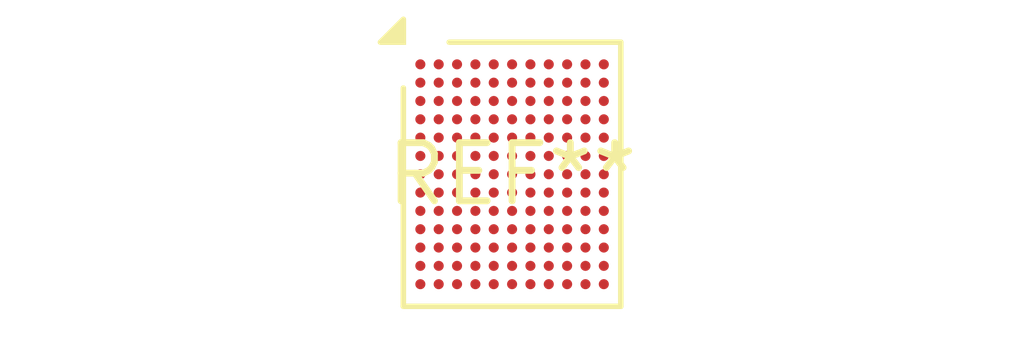
<source format=kicad_pcb>
(kicad_pcb (version 20240108) (generator pcbnew)
  (layers (0 "F.Cu" signal) (31 "B.Cu" signal) (34 "B.Paste" user) (35 "F.Paste" user) (36 "B.SilkS" user "B.Silkscreen") (37 "F.SilkS" user "F.Silkscreen") (38 "B.Mask" user) (39 "F.Mask" user) (44 "Edge.Cuts" user))
  (net 0 "")
  (footprint "ST_WLCSP-143_Die419" (layer "F.Cu") (at 0 0)
    (property "Reference" "REF**")
    (property "Value" "ST_WLCSP-143_Die419")
    (fp_line (start -2.3705 2.8835) (end -2.3705 -1.8835) (layer "F.SilkS") (stroke (width 0.12)))
    (fp_line (start -1.3705 -2.8835) (end 2.3705 -2.8835) (layer "F.SilkS") (stroke (width 0.12)))
    (fp_line (start 2.3705 -2.8835) (end 2.3705 2.8835) (layer "F.SilkS") (stroke (width 0.12)))
    (fp_line (start 2.3705 2.8835) (end -2.3705 2.8835) (layer "F.SilkS") (stroke (width 0.12)))
    (fp_poly (pts (xy -2.3705 -2.8835) (xy -2.8705 -2.8835) (xy -2.3705 -3.3835) (xy -2.3705 -2.8835)) (layer "F.SilkS") (stroke (width 0.12)) (fill solid))
    (pad "A1" smd circle (at -2 -2.4) (size 0.22 0.22) (property pad_prop_bga) (layers "F.Cu" "F.Paste" "F.Mask"))
    (pad "A2" smd circle (at -1.6 -2.4) (size 0.22 0.22) (property pad_prop_bga) (layers "F.Cu" "F.Paste" "F.Mask"))
    (pad "A3" smd circle (at -1.2 -2.4) (size 0.22 0.22) (property pad_prop_bga) (layers "F.Cu" "F.Paste" "F.Mask"))
    (pad "A4" smd circle (at -0.8 -2.4) (size 0.22 0.22) (property pad_prop_bga) (layers "F.Cu" "F.Paste" "F.Mask"))
    (pad "A5" smd circle (at -0.4 -2.4) (size 0.22 0.22) (property pad_prop_bga) (layers "F.Cu" "F.Paste" "F.Mask"))
    (pad "A6" smd circle (at 0 -2.4) (size 0.22 0.22) (property pad_prop_bga) (layers "F.Cu" "F.Paste" "F.Mask"))
    (pad "A7" smd circle (at 0.4 -2.4) (size 0.22 0.22) (property pad_prop_bga) (layers "F.Cu" "F.Paste" "F.Mask"))
    (pad "A8" smd circle (at 0.8 -2.4) (size 0.22 0.22) (property pad_prop_bga) (layers "F.Cu" "F.Paste" "F.Mask"))
    (pad "A9" smd circle (at 1.2 -2.4) (size 0.22 0.22) (property pad_prop_bga) (layers "F.Cu" "F.Paste" "F.Mask"))
    (pad "A10" smd circle (at 1.6 -2.4) (size 0.22 0.22) (property pad_prop_bga) (layers "F.Cu" "F.Paste" "F.Mask"))
    (pad "A11" smd circle (at 2 -2.4) (size 0.22 0.22) (property pad_prop_bga) (layers "F.Cu" "F.Paste" "F.Mask"))
    (pad "B1" smd circle (at -2 -2) (size 0.22 0.22) (property pad_prop_bga) (layers "F.Cu" "F.Paste" "F.Mask"))
    (pad "B2" smd circle (at -1.6 -2) (size 0.22 0.22) (property pad_prop_bga) (layers "F.Cu" "F.Paste" "F.Mask"))
    (pad "B3" smd circle (at -1.2 -2) (size 0.22 0.22) (property pad_prop_bga) (layers "F.Cu" "F.Paste" "F.Mask"))
    (pad "B4" smd circle (at -0.8 -2) (size 0.22 0.22) (property pad_prop_bga) (layers "F.Cu" "F.Paste" "F.Mask"))
    (pad "B5" smd circle (at -0.4 -2) (size 0.22 0.22) (property pad_prop_bga) (layers "F.Cu" "F.Paste" "F.Mask"))
    (pad "B6" smd circle (at 0 -2) (size 0.22 0.22) (property pad_prop_bga) (layers "F.Cu" "F.Paste" "F.Mask"))
    (pad "B7" smd circle (at 0.4 -2) (size 0.22 0.22) (property pad_prop_bga) (layers "F.Cu" "F.Paste" "F.Mask"))
    (pad "B8" smd circle (at 0.8 -2) (size 0.22 0.22) (property pad_prop_bga) (layers "F.Cu" "F.Paste" "F.Mask"))
    (pad "B9" smd circle (at 1.2 -2) (size 0.22 0.22) (property pad_prop_bga) (layers "F.Cu" "F.Paste" "F.Mask"))
    (pad "B10" smd circle (at 1.6 -2) (size 0.22 0.22) (property pad_prop_bga) (layers "F.Cu" "F.Paste" "F.Mask"))
    (pad "B11" smd circle (at 2 -2) (size 0.22 0.22) (property pad_prop_bga) (layers "F.Cu" "F.Paste" "F.Mask"))
    (pad "C1" smd circle (at -2 -1.6) (size 0.22 0.22) (property pad_prop_bga) (layers "F.Cu" "F.Paste" "F.Mask"))
    (pad "C2" smd circle (at -1.6 -1.6) (size 0.22 0.22) (property pad_prop_bga) (layers "F.Cu" "F.Paste" "F.Mask"))
    (pad "C3" smd circle (at -1.2 -1.6) (size 0.22 0.22) (property pad_prop_bga) (layers "F.Cu" "F.Paste" "F.Mask"))
    (pad "C4" smd circle (at -0.8 -1.6) (size 0.22 0.22) (property pad_prop_bga) (layers "F.Cu" "F.Paste" "F.Mask"))
    (pad "C5" smd circle (at -0.4 -1.6) (size 0.22 0.22) (property pad_prop_bga) (layers "F.Cu" "F.Paste" "F.Mask"))
    (pad "C6" smd circle (at 0 -1.6) (size 0.22 0.22) (property pad_prop_bga) (layers "F.Cu" "F.Paste" "F.Mask"))
    (pad "C7" smd circle (at 0.4 -1.6) (size 0.22 0.22) (property pad_prop_bga) (layers "F.Cu" "F.Paste" "F.Mask"))
    (pad "C8" smd circle (at 0.8 -1.6) (size 0.22 0.22) (property pad_prop_bga) (layers "F.Cu" "F.Paste" "F.Mask"))
    (pad "C9" smd circle (at 1.2 -1.6) (size 0.22 0.22) (property pad_prop_bga) (layers "F.Cu" "F.Paste" "F.Mask"))
    (pad "C10" smd circle (at 1.6 -1.6) (size 0.22 0.22) (property pad_prop_bga) (layers "F.Cu" "F.Paste" "F.Mask"))
    (pad "C11" smd circle (at 2 -1.6) (size 0.22 0.22) (property pad_prop_bga) (layers "F.Cu" "F.Paste" "F.Mask"))
    (pad "D1" smd circle (at -2 -1.2) (size 0.22 0.22) (property pad_prop_bga) (layers "F.Cu" "F.Paste" "F.Mask"))
    (pad "D2" smd circle (at -1.6 -1.2) (size 0.22 0.22) (property pad_prop_bga) (layers "F.Cu" "F.Paste" "F.Mask"))
    (pad "D3" smd circle (at -1.2 -1.2) (size 0.22 0.22) (property pad_prop_bga) (layers "F.Cu" "F.Paste" "F.Mask"))
    (pad "D4" smd circle (at -0.8 -1.2) (size 0.22 0.22) (property pad_prop_bga) (layers "F.Cu" "F.Paste" "F.Mask"))
    (pad "D5" smd circle (at -0.4 -1.2) (size 0.22 0.22) (property pad_prop_bga) (layers "F.Cu" "F.Paste" "F.Mask"))
    (pad "D6" smd circle (at 0 -1.2) (size 0.22 0.22) (property pad_prop_bga) (layers "F.Cu" "F.Paste" "F.Mask"))
    (pad "D7" smd circle (at 0.4 -1.2) (size 0.22 0.22) (property pad_prop_bga) (layers "F.Cu" "F.Paste" "F.Mask"))
    (pad "D8" smd circle (at 0.8 -1.2) (size 0.22 0.22) (property pad_prop_bga) (layers "F.Cu" "F.Paste" "F.Mask"))
    (pad "D9" smd circle (at 1.2 -1.2) (size 0.22 0.22) (property pad_prop_bga) (layers "F.Cu" "F.Paste" "F.Mask"))
    (pad "D10" smd circle (at 1.6 -1.2) (size 0.22 0.22) (property pad_prop_bga) (layers "F.Cu" "F.Paste" "F.Mask"))
    (pad "D11" smd circle (at 2 -1.2) (size 0.22 0.22) (property pad_prop_bga) (layers "F.Cu" "F.Paste" "F.Mask"))
    (pad "E1" smd circle (at -2 -0.8) (size 0.22 0.22) (property pad_prop_bga) (layers "F.Cu" "F.Paste" "F.Mask"))
    (pad "E2" smd circle (at -1.6 -0.8) (size 0.22 0.22) (property pad_prop_bga) (layers "F.Cu" "F.Paste" "F.Mask"))
    (pad "E3" smd circle (at -1.2 -0.8) (size 0.22 0.22) (property pad_prop_bga) (layers "F.Cu" "F.Paste" "F.Mask"))
    (pad "E4" smd circle (at -0.8 -0.8) (size 0.22 0.22) (property pad_prop_bga) (layers "F.Cu" "F.Paste" "F.Mask"))
    (pad "E5" smd circle (at -0.4 -0.8) (size 0.22 0.22) (property pad_prop_bga) (layers "F.Cu" "F.Paste" "F.Mask"))
    (pad "E6" smd circle (at 0 -0.8) (size 0.22 0.22) (property pad_prop_bga) (layers "F.Cu" "F.Paste" "F.Mask"))
    (pad "E7" smd circle (at 0.4 -0.8) (size 0.22 0.22) (property pad_prop_bga) (layers "F.Cu" "F.Paste" "F.Mask"))
    (pad "E8" smd circle (at 0.8 -0.8) (size 0.22 0.22) (property pad_prop_bga) (layers "F.Cu" "F.Paste" "F.Mask"))
    (pad "E9" smd circle (at 1.2 -0.8) (size 0.22 0.22) (property pad_prop_bga) (layers "F.Cu" "F.Paste" "F.Mask"))
    (pad "E10" smd circle (at 1.6 -0.8) (size 0.22 0.22) (property pad_prop_bga) (layers "F.Cu" "F.Paste" "F.Mask"))
    (pad "E11" smd circle (at 2 -0.8) (size 0.22 0.22) (property pad_prop_bga) (layers "F.Cu" "F.Paste" "F.Mask"))
    (pad "F1" smd circle (at -2 -0.4) (size 0.22 0.22) (property pad_prop_bga) (layers "F.Cu" "F.Paste" "F.Mask"))
    (pad "F2" smd circle (at -1.6 -0.4) (size 0.22 0.22) (property pad_prop_bga) (layers "F.Cu" "F.Paste" "F.Mask"))
    (pad "F3" smd circle (at -1.2 -0.4) (size 0.22 0.22) (property pad_prop_bga) (layers "F.Cu" "F.Paste" "F.Mask"))
    (pad "F4" smd circle (at -0.8 -0.4) (size 0.22 0.22) (property pad_prop_bga) (layers "F.Cu" "F.Paste" "F.Mask"))
    (pad "F5" smd circle (at -0.4 -0.4) (size 0.22 0.22) (property pad_prop_bga) (layers "F.Cu" "F.Paste" "F.Mask"))
    (pad "F6" smd circle (at 0 -0.4) (size 0.22 0.22) (property pad_prop_bga) (layers "F.Cu" "F.Paste" "F.Mask"))
    (pad "F7" smd circle (at 0.4 -0.4) (size 0.22 0.22) (property pad_prop_bga) (layers "F.Cu" "F.Paste" "F.Mask"))
    (pad "F8" smd circle (at 0.8 -0.4) (size 0.22 0.22) (property pad_prop_bga) (layers "F.Cu" "F.Paste" "F.Mask"))
    (pad "F9" smd circle (at 1.2 -0.4) (size 0.22 0.22) (property pad_prop_bga) (layers "F.Cu" "F.Paste" "F.Mask"))
    (pad "F10" smd circle (at 1.6 -0.4) (size 0.22 0.22) (property pad_prop_bga) (layers "F.Cu" "F.Paste" "F.Mask"))
    (pad "F11" smd circle (at 2 -0.4) (size 0.22 0.22) (property pad_prop_bga) (layers "F.Cu" "F.Paste" "F.Mask"))
    (pad "G1" smd circle (at -2 0) (size 0.22 0.22) (property pad_prop_bga) (layers "F.Cu" "F.Paste" "F.Mask"))
    (pad "G2" smd circle (at -1.6 0) (size 0.22 0.22) (property pad_prop_bga) (layers "F.Cu" "F.Paste" "F.Mask"))
    (pad "G3" smd circle (at -1.2 0) (size 0.22 0.22) (property pad_prop_bga) (layers "F.Cu" "F.Paste" "F.Mask"))
    (pad "G4" smd circle (at -0.8 0) (size 0.22 0.22) (property pad_prop_bga) (layers "F.Cu" "F.Paste" "F.Mask"))
    (pad "G5" smd circle (at -0.4 0) (size 0.22 0.22) (property pad_prop_bga) (layers "F.Cu" "F.Paste" "F.Mask"))
    (pad "G6" smd circle (at 0 0) (size 0.22 0.22) (property pad_prop_bga) (layers "F.Cu" "F.Paste" "F.Mask"))
    (pad "G7" smd circle (at 0.4 0) (size 0.22 0.22) (property pad_prop_bga) (layers "F.Cu" "F.Paste" "F.Mask"))
    (pad "G8" smd circle (at 0.8 0) (size 0.22 0.22) (property pad_prop_bga) (layers "F.Cu" "F.Paste" "F.Mask"))
    (pad "G9" smd circle (at 1.2 0) (size 0.22 0.22) (property pad_prop_bga) (layers "F.Cu" "F.Paste" "F.Mask"))
    (pad "G10" smd circle (at 1.6 0) (size 0.22 0.22) (property pad_prop_bga) (layers "F.Cu" "F.Paste" "F.Mask"))
    (pad "G11" smd circle (at 2 0) (size 0.22 0.22) (property pad_prop_bga) (layers "F.Cu" "F.Paste" "F.Mask"))
    (pad "H1" smd circle (at -2 0.4) (size 0.22 0.22) (property pad_prop_bga) (layers "F.Cu" "F.Paste" "F.Mask"))
    (pad "H2" smd circle (at -1.6 0.4) (size 0.22 0.22) (property pad_prop_bga) (layers "F.Cu" "F.Paste" "F.Mask"))
    (pad "H3" smd circle (at -1.2 0.4) (size 0.22 0.22) (property pad_prop_bga) (layers "F.Cu" "F.Paste" "F.Mask"))
    (pad "H4" smd circle (at -0.8 0.4) (size 0.22 0.22) (property pad_prop_bga) (layers "F.Cu" "F.Paste" "F.Mask"))
    (pad "H5" smd circle (at -0.4 0.4) (size 0.22 0.22) (property pad_prop_bga) (layers "F.Cu" "F.Paste" "F.Mask"))
    (pad "H6" smd circle (at 0 0.4) (size 0.22 0.22) (property pad_prop_bga) (layers "F.Cu" "F.Paste" "F.Mask"))
    (pad "H7" smd circle (at 0.4 0.4) (size 0.22 0.22) (property pad_prop_bga) (layers "F.Cu" "F.Paste" "F.Mask"))
    (pad "H8" smd circle (at 0.8 0.4) (size 0.22 0.22) (property pad_prop_bga) (layers "F.Cu" "F.Paste" "F.Mask"))
    (pad "H9" smd circle (at 1.2 0.4) (size 0.22 0.22) (property pad_prop_bga) (layers "F.Cu" "F.Paste" "F.Mask"))
    (pad "H10" smd circle (at 1.6 0.4) (size 0.22 0.22) (property pad_prop_bga) (layers "F.Cu" "F.Paste" "F.Mask"))
    (pad "H11" smd circle (at 2 0.4) (size 0.22 0.22) (property pad_prop_bga) (layers "F.Cu" "F.Paste" "F.Mask"))
    (pad "J1" smd circle (at -2 0.8) (size 0.22 0.22) (property pad_prop_bga) (layers "F.Cu" "F.Paste" "F.Mask"))
    (pad "J2" smd circle (at -1.6 0.8) (size 0.22 0.22) (property pad_prop_bga) (layers "F.Cu" "F.Paste" "F.Mask"))
    (pad "J3" smd circle (at -1.2 0.8) (size 0.22 0.22) (property pad_prop_bga) (layers "F.Cu" "F.Paste" "F.Mask"))
    (pad "J4" smd circle (at -0.8 0.8) (size 0.22 0.22) (property pad_prop_bga) (layers "F.Cu" "F.Paste" "F.Mask"))
    (pad "J5" smd circle (at -0.4 0.8) (size 0.22 0.22) (property pad_prop_bga) (layers "F.Cu" "F.Paste" "F.Mask"))
    (pad "J6" smd circle (at 0 0.8) (size 0.22 0.22) (property pad_prop_bga) (layers "F.Cu" "F.Paste" "F.Mask"))
    (pad "J7" smd circle (at 0.4 0.8) (size 0.22 0.22) (property pad_prop_bga) (layers "F.Cu" "F.Paste" "F.Mask"))
    (pad "J8" smd circle (at 0.8 0.8) (size 0.22 0.22) (property pad_prop_bga) (layers "F.Cu" "F.Paste" "F.Mask"))
    (pad "J9" smd circle (at 1.2 0.8) (size 0.22 0.22) (property pad_prop_bga) (layers "F.Cu" "F.Paste" "F.Mask"))
    (pad "J10" smd circle (at 1.6 0.8) (size 0.22 0.22) (property pad_prop_bga) (layers "F.Cu" "F.Paste" "F.Mask"))
    (pad "J11" smd circle (at 2 0.8) (size 0.22 0.22) (property pad_prop_bga) (layers "F.Cu" "F.Paste" "F.Mask"))
    (pad "K1" smd circle (at -2 1.2) (size 0.22 0.22) (property pad_prop_bga) (layers "F.Cu" "F.Paste" "F.Mask"))
    (pad "K2" smd circle (at -1.6 1.2) (size 0.22 0.22) (property pad_prop_bga) (layers "F.Cu" "F.Paste" "F.Mask"))
    (pad "K3" smd circle (at -1.2 1.2) (size 0.22 0.22) (property pad_prop_bga) (layers "F.Cu" "F.Paste" "F.Mask"))
    (pad "K4" smd circle (at -0.8 1.2) (size 0.22 0.22) (property pad_prop_bga) (layers "F.Cu" "F.Paste" "F.Mask"))
    (pad "K5" smd circle (at -0.4 1.2) (size 0.22 0.22) (property pad_prop_bga) (layers "F.Cu" "F.Paste" "F.Mask"))
    (pad "K6" smd circle (at 0 1.2) (size 0.22 0.22) (property pad_prop_bga) (layers "F.Cu" "F.Paste" "F.Mask"))
    (pad "K7" smd circle (at 0.4 1.2) (size 0.22 0.22) (property pad_prop_bga) (layers "F.Cu" "F.Paste" "F.Mask"))
    (pad "K8" smd circle (at 0.8 1.2) (size 0.22 0.22) (property pad_prop_bga) (layers "F.Cu" "F.Paste" "F.Mask"))
    (pad "K9" smd circle (at 1.2 1.2) (size 0.22 0.22) (property pad_prop_bga) (layers "F.Cu" "F.Paste" "F.Mask"))
    (pad "K10" smd circle (at 1.6 1.2) (size 0.22 0.22) (property pad_prop_bga) (layers "F.Cu" "F.Paste" "F.Mask"))
    (pad "K11" smd circle (at 2 1.2) (size 0.22 0.22) (property pad_prop_bga) (layers "F.Cu" "F.Paste" "F.Mask"))
    (pad "L1" smd circle (at -2 1.6) (size 0.22 0.22) (property pad_prop_bga) (layers "F.Cu" "F.Paste" "F.Mask"))
    (pad "L2" smd circle (at -1.6 1.6) (size 0.22 0.22) (property pad_prop_bga) (layers "F.Cu" "F.Paste" "F.Mask"))
    (pad "L3" smd circle (at -1.2 1.6) (size 0.22 0.22) (property pad_prop_bga) (layers "F.Cu" "F.Paste" "F.Mask"))
    (pad "L4" smd circle (at -0.8 1.6) (size 0.22 0.22) (property pad_prop_bga) (layers "F.Cu" "F.Paste" "F.Mask"))
    (pad "L5" smd circle (at -0.4 1.6) (size 0.22 0.22) (property pad_prop_bga) (layers "F.Cu" "F.Paste" "F.Mask"))
    (pad "L6" smd circle (at 0 1.6) (size 0.22 0.22) (property pad_prop_bga) (layers "F.Cu" "F.Paste" "F.Mask"))
    (pad "L7" smd circle (at 0.4 1.6) (size 0.22 0.22) (property pad_prop_bga) (layers "F.Cu" "F.Paste" "F.Mask"))
    (pad "L8" smd circle (at 0.8 1.6) (size 0.22 0.22) (property pad_prop_bga) (layers "F.Cu" "F.Paste" "F.Mask"))
    (pad "L9" smd circle (at 1.2 1.6) (size 0.22 0.22) (property pad_prop_bga) (layers "F.Cu" "F.Paste" "F.Mask"))
    (pad "L10" smd circle (at 1.6 1.6) (size 0.22 0.22) (property pad_prop_bga) (layers "F.Cu" "F.Paste" "F.Mask"))
    (pad "L11" smd circle (at 2 1.6) (size 0.22 0.22) (property pad_prop_bga) (layers "F.Cu" "F.Paste" "F.Mask"))
    (pad "M1" smd circle (at -2 2) (size 0.22 0.22) (property pad_prop_bga) (layers "F.Cu" "F.Paste" "F.Mask"))
    (pad "M2" smd circle (at -1.6 2) (size 0.22 0.22) (property pad_prop_bga) (layers "F.Cu" "F.Paste" "F.Mask"))
    (pad "M3" smd circle (at -1.2 2) (size 0.22 0.22) (property pad_prop_bga) (layers "F.Cu" "F.Paste" "F.Mask"))
    (pad "M4" smd circle (at -0.8 2) (size 0.22 0.22) (property pad_prop_bga) (layers "F.Cu" "F.Paste" "F.Mask"))
    (pad "M5" smd circle (at -0.4 2) (size 0.22 0.22) (property pad_prop_bga) (layers "F.Cu" "F.Paste" "F.Mask"))
    (pad "M6" smd circle (at 0 2) (size 0.22 0.22) (property pad_prop_bga) (layers "F.Cu" "F.Paste" "F.Mask"))
    (pad "M7" smd circle (at 0.4 2) (size 0.22 0.22) (property pad_prop_bga) (layers "F.Cu" "F.Paste" "F.Mask"))
    (pad "M8" smd circle (at 0.8 2) (size 0.22 0.22) (property pad_prop_bga) (layers "F.Cu" "F.Paste" "F.Mask"))
    (pad "M9" smd circle (at 1.2 2) (size 0.22 0.22) (property pad_prop_bga) (layers "F.Cu" "F.Paste" "F.Mask"))
    (pad "M10" smd circle (at 1.6 2) (size 0.22 0.22) (property pad_prop_bga) (layers "F.Cu" "F.Paste" "F.Mask"))
    (pad "M11" smd circle (at 2 2) (size 0.22 0.22) (property pad_prop_bga) (layers "F.Cu" "F.Paste" "F.Mask"))
    (pad "N1" smd circle (at -2 2.4) (size 0.22 0.22) (property pad_prop_bga) (layers "F.Cu" "F.Paste" "F.Mask"))
    (pad "N2" smd circle (at -1.6 2.4) (size 0.22 0.22) (property pad_prop_bga) (layers "F.Cu" "F.Paste" "F.Mask"))
    (pad "N3" smd circle (at -1.2 2.4) (size 0.22 0.22) (property pad_prop_bga) (layers "F.Cu" "F.Paste" "F.Mask"))
    (pad "N4" smd circle (at -0.8 2.4) (size 0.22 0.22) (property pad_prop_bga) (layers "F.Cu" "F.Paste" "F.Mask"))
    (pad "N5" smd circle (at -0.4 2.4) (size 0.22 0.22) (property pad_prop_bga) (layers "F.Cu" "F.Paste" "F.Mask"))
    (pad "N6" smd circle (at 0 2.4) (size 0.22 0.22) (property pad_prop_bga) (layers "F.Cu" "F.Paste" "F.Mask"))
    (pad "N7" smd circle (at 0.4 2.4) (size 0.22 0.22) (property pad_prop_bga) (layers "F.Cu" "F.Paste" "F.Mask"))
    (pad "N8" smd circle (at 0.8 2.4) (size 0.22 0.22) (property pad_prop_bga) (layers "F.Cu" "F.Paste" "F.Mask"))
    (pad "N9" smd circle (at 1.2 2.4) (size 0.22 0.22) (property pad_prop_bga) (layers "F.Cu" "F.Paste" "F.Mask"))
    (pad "N10" smd circle (at 1.6 2.4) (size 0.22 0.22) (property pad_prop_bga) (layers "F.Cu" "F.Paste" "F.Mask"))
    (pad "N11" smd circle (at 2 2.4) (size 0.22 0.22) (property pad_prop_bga) (layers "F.Cu" "F.Paste" "F.Mask"))
  )
)
</source>
